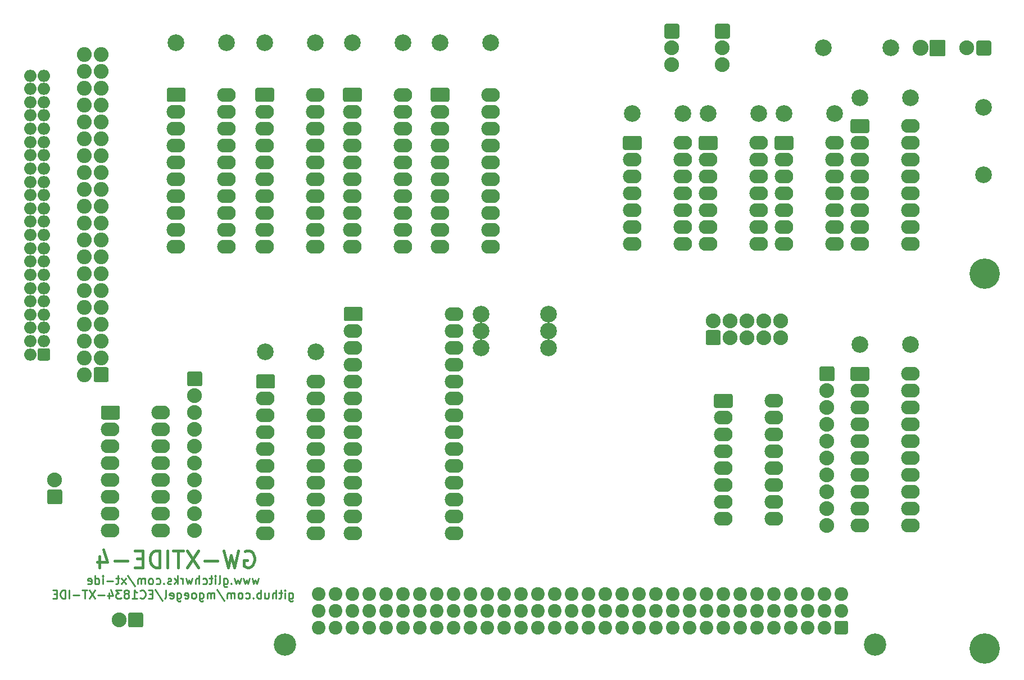
<source format=gbs>
%TF.GenerationSoftware,KiCad,Pcbnew,(5.1.12)-1*%
%TF.CreationDate,2022-07-22T17:46:44+02:00*%
%TF.ProjectId,EC1834-XT-IDE,45433138-3334-42d5-9854-2d4944452e6b,4c*%
%TF.SameCoordinates,Original*%
%TF.FileFunction,Soldermask,Bot*%
%TF.FilePolarity,Negative*%
%FSLAX46Y46*%
G04 Gerber Fmt 4.6, Leading zero omitted, Abs format (unit mm)*
G04 Created by KiCad (PCBNEW (5.1.12)-1) date 2022-07-22 17:46:44*
%MOMM*%
%LPD*%
G01*
G04 APERTURE LIST*
%ADD10C,0.254000*%
%ADD11C,0.381000*%
%ADD12O,1.858000X1.858000*%
%ADD13C,2.058000*%
%ADD14C,3.358000*%
%ADD15O,2.808000X2.108000*%
%ADD16C,2.506980*%
%ADD17C,4.572000*%
%ADD18C,2.235200*%
%ADD19C,2.408000*%
%ADD20O,2.235200X2.235200*%
G04 APERTURE END LIST*
D10*
X77300666Y-131680857D02*
X77058761Y-132527523D01*
X76816857Y-131922761D01*
X76574952Y-132527523D01*
X76333047Y-131680857D01*
X75970190Y-131680857D02*
X75728285Y-132527523D01*
X75486380Y-131922761D01*
X75244476Y-132527523D01*
X75002571Y-131680857D01*
X74639714Y-131680857D02*
X74397809Y-132527523D01*
X74155904Y-131922761D01*
X73914000Y-132527523D01*
X73672095Y-131680857D01*
X73188285Y-132406571D02*
X73127809Y-132467047D01*
X73188285Y-132527523D01*
X73248761Y-132467047D01*
X73188285Y-132406571D01*
X73188285Y-132527523D01*
X72039238Y-131680857D02*
X72039238Y-132708952D01*
X72099714Y-132829904D01*
X72160190Y-132890380D01*
X72281142Y-132950857D01*
X72462571Y-132950857D01*
X72583523Y-132890380D01*
X72039238Y-132467047D02*
X72160190Y-132527523D01*
X72402095Y-132527523D01*
X72523047Y-132467047D01*
X72583523Y-132406571D01*
X72644000Y-132285619D01*
X72644000Y-131922761D01*
X72583523Y-131801809D01*
X72523047Y-131741333D01*
X72402095Y-131680857D01*
X72160190Y-131680857D01*
X72039238Y-131741333D01*
X71253047Y-132527523D02*
X71374000Y-132467047D01*
X71434476Y-132346095D01*
X71434476Y-131257523D01*
X70769238Y-132527523D02*
X70769238Y-131680857D01*
X70769238Y-131257523D02*
X70829714Y-131318000D01*
X70769238Y-131378476D01*
X70708761Y-131318000D01*
X70769238Y-131257523D01*
X70769238Y-131378476D01*
X70345904Y-131680857D02*
X69862095Y-131680857D01*
X70164476Y-131257523D02*
X70164476Y-132346095D01*
X70104000Y-132467047D01*
X69983047Y-132527523D01*
X69862095Y-132527523D01*
X68894476Y-132467047D02*
X69015428Y-132527523D01*
X69257333Y-132527523D01*
X69378285Y-132467047D01*
X69438761Y-132406571D01*
X69499238Y-132285619D01*
X69499238Y-131922761D01*
X69438761Y-131801809D01*
X69378285Y-131741333D01*
X69257333Y-131680857D01*
X69015428Y-131680857D01*
X68894476Y-131741333D01*
X68350190Y-132527523D02*
X68350190Y-131257523D01*
X67805904Y-132527523D02*
X67805904Y-131862285D01*
X67866380Y-131741333D01*
X67987333Y-131680857D01*
X68168761Y-131680857D01*
X68289714Y-131741333D01*
X68350190Y-131801809D01*
X67322095Y-131680857D02*
X67080190Y-132527523D01*
X66838285Y-131922761D01*
X66596380Y-132527523D01*
X66354476Y-131680857D01*
X65870666Y-132527523D02*
X65870666Y-131680857D01*
X65870666Y-131922761D02*
X65810190Y-131801809D01*
X65749714Y-131741333D01*
X65628761Y-131680857D01*
X65507809Y-131680857D01*
X65084476Y-132527523D02*
X65084476Y-131257523D01*
X64963523Y-132043714D02*
X64600666Y-132527523D01*
X64600666Y-131680857D02*
X65084476Y-132164666D01*
X64116857Y-132467047D02*
X63995904Y-132527523D01*
X63754000Y-132527523D01*
X63633047Y-132467047D01*
X63572571Y-132346095D01*
X63572571Y-132285619D01*
X63633047Y-132164666D01*
X63754000Y-132104190D01*
X63935428Y-132104190D01*
X64056380Y-132043714D01*
X64116857Y-131922761D01*
X64116857Y-131862285D01*
X64056380Y-131741333D01*
X63935428Y-131680857D01*
X63754000Y-131680857D01*
X63633047Y-131741333D01*
X63028285Y-132406571D02*
X62967809Y-132467047D01*
X63028285Y-132527523D01*
X63088761Y-132467047D01*
X63028285Y-132406571D01*
X63028285Y-132527523D01*
X61879238Y-132467047D02*
X62000190Y-132527523D01*
X62242095Y-132527523D01*
X62363047Y-132467047D01*
X62423523Y-132406571D01*
X62484000Y-132285619D01*
X62484000Y-131922761D01*
X62423523Y-131801809D01*
X62363047Y-131741333D01*
X62242095Y-131680857D01*
X62000190Y-131680857D01*
X61879238Y-131741333D01*
X61153523Y-132527523D02*
X61274476Y-132467047D01*
X61334952Y-132406571D01*
X61395428Y-132285619D01*
X61395428Y-131922761D01*
X61334952Y-131801809D01*
X61274476Y-131741333D01*
X61153523Y-131680857D01*
X60972095Y-131680857D01*
X60851142Y-131741333D01*
X60790666Y-131801809D01*
X60730190Y-131922761D01*
X60730190Y-132285619D01*
X60790666Y-132406571D01*
X60851142Y-132467047D01*
X60972095Y-132527523D01*
X61153523Y-132527523D01*
X60185904Y-132527523D02*
X60185904Y-131680857D01*
X60185904Y-131801809D02*
X60125428Y-131741333D01*
X60004476Y-131680857D01*
X59823047Y-131680857D01*
X59702095Y-131741333D01*
X59641619Y-131862285D01*
X59641619Y-132527523D01*
X59641619Y-131862285D02*
X59581142Y-131741333D01*
X59460190Y-131680857D01*
X59278761Y-131680857D01*
X59157809Y-131741333D01*
X59097333Y-131862285D01*
X59097333Y-132527523D01*
X57585428Y-131197047D02*
X58674000Y-132829904D01*
X57283047Y-132527523D02*
X56617809Y-131680857D01*
X57283047Y-131680857D02*
X56617809Y-132527523D01*
X56315428Y-131680857D02*
X55831619Y-131680857D01*
X56134000Y-131257523D02*
X56134000Y-132346095D01*
X56073523Y-132467047D01*
X55952571Y-132527523D01*
X55831619Y-132527523D01*
X55408285Y-132043714D02*
X54440666Y-132043714D01*
X53835904Y-132527523D02*
X53835904Y-131680857D01*
X53835904Y-131257523D02*
X53896380Y-131318000D01*
X53835904Y-131378476D01*
X53775428Y-131318000D01*
X53835904Y-131257523D01*
X53835904Y-131378476D01*
X52686857Y-132527523D02*
X52686857Y-131257523D01*
X52686857Y-132467047D02*
X52807809Y-132527523D01*
X53049714Y-132527523D01*
X53170666Y-132467047D01*
X53231142Y-132406571D01*
X53291619Y-132285619D01*
X53291619Y-131922761D01*
X53231142Y-131801809D01*
X53170666Y-131741333D01*
X53049714Y-131680857D01*
X52807809Y-131680857D01*
X52686857Y-131741333D01*
X51598285Y-132467047D02*
X51719238Y-132527523D01*
X51961142Y-132527523D01*
X52082095Y-132467047D01*
X52142571Y-132346095D01*
X52142571Y-131862285D01*
X52082095Y-131741333D01*
X51961142Y-131680857D01*
X51719238Y-131680857D01*
X51598285Y-131741333D01*
X51537809Y-131862285D01*
X51537809Y-131983238D01*
X52142571Y-132104190D01*
X81896857Y-133839857D02*
X81896857Y-134867952D01*
X81957333Y-134988904D01*
X82017809Y-135049380D01*
X82138761Y-135109857D01*
X82320190Y-135109857D01*
X82441142Y-135049380D01*
X81896857Y-134626047D02*
X82017809Y-134686523D01*
X82259714Y-134686523D01*
X82380666Y-134626047D01*
X82441142Y-134565571D01*
X82501619Y-134444619D01*
X82501619Y-134081761D01*
X82441142Y-133960809D01*
X82380666Y-133900333D01*
X82259714Y-133839857D01*
X82017809Y-133839857D01*
X81896857Y-133900333D01*
X81292095Y-134686523D02*
X81292095Y-133839857D01*
X81292095Y-133416523D02*
X81352571Y-133477000D01*
X81292095Y-133537476D01*
X81231619Y-133477000D01*
X81292095Y-133416523D01*
X81292095Y-133537476D01*
X80868761Y-133839857D02*
X80384952Y-133839857D01*
X80687333Y-133416523D02*
X80687333Y-134505095D01*
X80626857Y-134626047D01*
X80505904Y-134686523D01*
X80384952Y-134686523D01*
X79961619Y-134686523D02*
X79961619Y-133416523D01*
X79417333Y-134686523D02*
X79417333Y-134021285D01*
X79477809Y-133900333D01*
X79598761Y-133839857D01*
X79780190Y-133839857D01*
X79901142Y-133900333D01*
X79961619Y-133960809D01*
X78268285Y-133839857D02*
X78268285Y-134686523D01*
X78812571Y-133839857D02*
X78812571Y-134505095D01*
X78752095Y-134626047D01*
X78631142Y-134686523D01*
X78449714Y-134686523D01*
X78328761Y-134626047D01*
X78268285Y-134565571D01*
X77663523Y-134686523D02*
X77663523Y-133416523D01*
X77663523Y-133900333D02*
X77542571Y-133839857D01*
X77300666Y-133839857D01*
X77179714Y-133900333D01*
X77119238Y-133960809D01*
X77058761Y-134081761D01*
X77058761Y-134444619D01*
X77119238Y-134565571D01*
X77179714Y-134626047D01*
X77300666Y-134686523D01*
X77542571Y-134686523D01*
X77663523Y-134626047D01*
X76514476Y-134565571D02*
X76454000Y-134626047D01*
X76514476Y-134686523D01*
X76574952Y-134626047D01*
X76514476Y-134565571D01*
X76514476Y-134686523D01*
X75365428Y-134626047D02*
X75486380Y-134686523D01*
X75728285Y-134686523D01*
X75849238Y-134626047D01*
X75909714Y-134565571D01*
X75970190Y-134444619D01*
X75970190Y-134081761D01*
X75909714Y-133960809D01*
X75849238Y-133900333D01*
X75728285Y-133839857D01*
X75486380Y-133839857D01*
X75365428Y-133900333D01*
X74639714Y-134686523D02*
X74760666Y-134626047D01*
X74821142Y-134565571D01*
X74881619Y-134444619D01*
X74881619Y-134081761D01*
X74821142Y-133960809D01*
X74760666Y-133900333D01*
X74639714Y-133839857D01*
X74458285Y-133839857D01*
X74337333Y-133900333D01*
X74276857Y-133960809D01*
X74216380Y-134081761D01*
X74216380Y-134444619D01*
X74276857Y-134565571D01*
X74337333Y-134626047D01*
X74458285Y-134686523D01*
X74639714Y-134686523D01*
X73672095Y-134686523D02*
X73672095Y-133839857D01*
X73672095Y-133960809D02*
X73611619Y-133900333D01*
X73490666Y-133839857D01*
X73309238Y-133839857D01*
X73188285Y-133900333D01*
X73127809Y-134021285D01*
X73127809Y-134686523D01*
X73127809Y-134021285D02*
X73067333Y-133900333D01*
X72946380Y-133839857D01*
X72764952Y-133839857D01*
X72644000Y-133900333D01*
X72583523Y-134021285D01*
X72583523Y-134686523D01*
X71071619Y-133356047D02*
X72160190Y-134988904D01*
X70648285Y-134686523D02*
X70648285Y-133839857D01*
X70648285Y-133960809D02*
X70587809Y-133900333D01*
X70466857Y-133839857D01*
X70285428Y-133839857D01*
X70164476Y-133900333D01*
X70104000Y-134021285D01*
X70104000Y-134686523D01*
X70104000Y-134021285D02*
X70043523Y-133900333D01*
X69922571Y-133839857D01*
X69741142Y-133839857D01*
X69620190Y-133900333D01*
X69559714Y-134021285D01*
X69559714Y-134686523D01*
X68410666Y-133839857D02*
X68410666Y-134867952D01*
X68471142Y-134988904D01*
X68531619Y-135049380D01*
X68652571Y-135109857D01*
X68834000Y-135109857D01*
X68954952Y-135049380D01*
X68410666Y-134626047D02*
X68531619Y-134686523D01*
X68773523Y-134686523D01*
X68894476Y-134626047D01*
X68954952Y-134565571D01*
X69015428Y-134444619D01*
X69015428Y-134081761D01*
X68954952Y-133960809D01*
X68894476Y-133900333D01*
X68773523Y-133839857D01*
X68531619Y-133839857D01*
X68410666Y-133900333D01*
X67624476Y-134686523D02*
X67745428Y-134626047D01*
X67805904Y-134565571D01*
X67866380Y-134444619D01*
X67866380Y-134081761D01*
X67805904Y-133960809D01*
X67745428Y-133900333D01*
X67624476Y-133839857D01*
X67443047Y-133839857D01*
X67322095Y-133900333D01*
X67261619Y-133960809D01*
X67201142Y-134081761D01*
X67201142Y-134444619D01*
X67261619Y-134565571D01*
X67322095Y-134626047D01*
X67443047Y-134686523D01*
X67624476Y-134686523D01*
X66173047Y-134626047D02*
X66294000Y-134686523D01*
X66535904Y-134686523D01*
X66656857Y-134626047D01*
X66717333Y-134505095D01*
X66717333Y-134021285D01*
X66656857Y-133900333D01*
X66535904Y-133839857D01*
X66294000Y-133839857D01*
X66173047Y-133900333D01*
X66112571Y-134021285D01*
X66112571Y-134142238D01*
X66717333Y-134263190D01*
X65024000Y-133839857D02*
X65024000Y-134867952D01*
X65084476Y-134988904D01*
X65144952Y-135049380D01*
X65265904Y-135109857D01*
X65447333Y-135109857D01*
X65568285Y-135049380D01*
X65024000Y-134626047D02*
X65144952Y-134686523D01*
X65386857Y-134686523D01*
X65507809Y-134626047D01*
X65568285Y-134565571D01*
X65628761Y-134444619D01*
X65628761Y-134081761D01*
X65568285Y-133960809D01*
X65507809Y-133900333D01*
X65386857Y-133839857D01*
X65144952Y-133839857D01*
X65024000Y-133900333D01*
X63935428Y-134626047D02*
X64056380Y-134686523D01*
X64298285Y-134686523D01*
X64419238Y-134626047D01*
X64479714Y-134505095D01*
X64479714Y-134021285D01*
X64419238Y-133900333D01*
X64298285Y-133839857D01*
X64056380Y-133839857D01*
X63935428Y-133900333D01*
X63874952Y-134021285D01*
X63874952Y-134142238D01*
X64479714Y-134263190D01*
X63149238Y-134686523D02*
X63270190Y-134626047D01*
X63330666Y-134505095D01*
X63330666Y-133416523D01*
X61758285Y-133356047D02*
X62846857Y-134988904D01*
X61334952Y-134021285D02*
X60911619Y-134021285D01*
X60730190Y-134686523D02*
X61334952Y-134686523D01*
X61334952Y-133416523D01*
X60730190Y-133416523D01*
X59460190Y-134565571D02*
X59520666Y-134626047D01*
X59702095Y-134686523D01*
X59823047Y-134686523D01*
X60004476Y-134626047D01*
X60125428Y-134505095D01*
X60185904Y-134384142D01*
X60246380Y-134142238D01*
X60246380Y-133960809D01*
X60185904Y-133718904D01*
X60125428Y-133597952D01*
X60004476Y-133477000D01*
X59823047Y-133416523D01*
X59702095Y-133416523D01*
X59520666Y-133477000D01*
X59460190Y-133537476D01*
X58250666Y-134686523D02*
X58976380Y-134686523D01*
X58613523Y-134686523D02*
X58613523Y-133416523D01*
X58734476Y-133597952D01*
X58855428Y-133718904D01*
X58976380Y-133779380D01*
X57524952Y-133960809D02*
X57645904Y-133900333D01*
X57706380Y-133839857D01*
X57766857Y-133718904D01*
X57766857Y-133658428D01*
X57706380Y-133537476D01*
X57645904Y-133477000D01*
X57524952Y-133416523D01*
X57283047Y-133416523D01*
X57162095Y-133477000D01*
X57101619Y-133537476D01*
X57041142Y-133658428D01*
X57041142Y-133718904D01*
X57101619Y-133839857D01*
X57162095Y-133900333D01*
X57283047Y-133960809D01*
X57524952Y-133960809D01*
X57645904Y-134021285D01*
X57706380Y-134081761D01*
X57766857Y-134202714D01*
X57766857Y-134444619D01*
X57706380Y-134565571D01*
X57645904Y-134626047D01*
X57524952Y-134686523D01*
X57283047Y-134686523D01*
X57162095Y-134626047D01*
X57101619Y-134565571D01*
X57041142Y-134444619D01*
X57041142Y-134202714D01*
X57101619Y-134081761D01*
X57162095Y-134021285D01*
X57283047Y-133960809D01*
X56617809Y-133416523D02*
X55831619Y-133416523D01*
X56254952Y-133900333D01*
X56073523Y-133900333D01*
X55952571Y-133960809D01*
X55892095Y-134021285D01*
X55831619Y-134142238D01*
X55831619Y-134444619D01*
X55892095Y-134565571D01*
X55952571Y-134626047D01*
X56073523Y-134686523D01*
X56436380Y-134686523D01*
X56557333Y-134626047D01*
X56617809Y-134565571D01*
X54743047Y-133839857D02*
X54743047Y-134686523D01*
X55045428Y-133356047D02*
X55347809Y-134263190D01*
X54561619Y-134263190D01*
X54077809Y-134202714D02*
X53110190Y-134202714D01*
X52626380Y-133416523D02*
X51779714Y-134686523D01*
X51779714Y-133416523D02*
X52626380Y-134686523D01*
X51477333Y-133416523D02*
X50751619Y-133416523D01*
X51114476Y-134686523D02*
X51114476Y-133416523D01*
X50328285Y-134202714D02*
X49360666Y-134202714D01*
X48755904Y-134686523D02*
X48755904Y-133416523D01*
X48151142Y-134686523D02*
X48151142Y-133416523D01*
X47848761Y-133416523D01*
X47667333Y-133477000D01*
X47546380Y-133597952D01*
X47485904Y-133718904D01*
X47425428Y-133960809D01*
X47425428Y-134142238D01*
X47485904Y-134384142D01*
X47546380Y-134505095D01*
X47667333Y-134626047D01*
X47848761Y-134686523D01*
X48151142Y-134686523D01*
X46881142Y-134021285D02*
X46457809Y-134021285D01*
X46276380Y-134686523D02*
X46881142Y-134686523D01*
X46881142Y-133416523D01*
X46276380Y-133416523D01*
D11*
X75238428Y-127571500D02*
X75480333Y-127450547D01*
X75843190Y-127450547D01*
X76206047Y-127571500D01*
X76447952Y-127813404D01*
X76568904Y-128055309D01*
X76689857Y-128539119D01*
X76689857Y-128901976D01*
X76568904Y-129385785D01*
X76447952Y-129627690D01*
X76206047Y-129869595D01*
X75843190Y-129990547D01*
X75601285Y-129990547D01*
X75238428Y-129869595D01*
X75117476Y-129748642D01*
X75117476Y-128901976D01*
X75601285Y-128901976D01*
X74270809Y-127450547D02*
X73666047Y-129990547D01*
X73182238Y-128176261D01*
X72698428Y-129990547D01*
X72093666Y-127450547D01*
X71126047Y-129022928D02*
X69190809Y-129022928D01*
X68223190Y-127450547D02*
X66529857Y-129990547D01*
X66529857Y-127450547D02*
X68223190Y-129990547D01*
X65925095Y-127450547D02*
X64473666Y-127450547D01*
X65199380Y-129990547D02*
X65199380Y-127450547D01*
X63627000Y-129990547D02*
X63627000Y-127450547D01*
X62417476Y-129990547D02*
X62417476Y-127450547D01*
X61812714Y-127450547D01*
X61449857Y-127571500D01*
X61207952Y-127813404D01*
X61087000Y-128055309D01*
X60966047Y-128539119D01*
X60966047Y-128901976D01*
X61087000Y-129385785D01*
X61207952Y-129627690D01*
X61449857Y-129869595D01*
X61812714Y-129990547D01*
X62417476Y-129990547D01*
X59877476Y-128660071D02*
X59030809Y-128660071D01*
X58667952Y-129990547D02*
X59877476Y-129990547D01*
X59877476Y-127450547D01*
X58667952Y-127450547D01*
X57579380Y-129022928D02*
X55644142Y-129022928D01*
X53346047Y-128297214D02*
X53346047Y-129990547D01*
X53950809Y-127329595D02*
X54555571Y-129143880D01*
X52983190Y-129143880D01*
D12*
%TO.C,IDE2*%
X42958000Y-55917000D03*
X44958000Y-55917000D03*
X42958000Y-57917000D03*
X44958000Y-57917000D03*
X42958000Y-59917000D03*
X44958000Y-59917000D03*
X42958000Y-61917000D03*
X44958000Y-61917000D03*
X42958000Y-63917000D03*
X44958000Y-63917000D03*
X42958000Y-65917000D03*
X44958000Y-65917000D03*
X42958000Y-67917000D03*
X44958000Y-67917000D03*
X42958000Y-69917000D03*
X44958000Y-69917000D03*
X42958000Y-71917000D03*
X44958000Y-71917000D03*
X42958000Y-73917000D03*
X44958000Y-73917000D03*
X42958000Y-75917000D03*
X44958000Y-75917000D03*
X42958000Y-77917000D03*
X44958000Y-77917000D03*
X42958000Y-79917000D03*
X44958000Y-79917000D03*
X42958000Y-81917000D03*
X44958000Y-81917000D03*
X42958000Y-83917000D03*
X44958000Y-83917000D03*
X42958000Y-85917000D03*
X44958000Y-85917000D03*
X42958000Y-87917000D03*
X44958000Y-87917000D03*
X42958000Y-89917000D03*
X44958000Y-89917000D03*
X42958000Y-91917000D03*
X44958000Y-91917000D03*
X42958000Y-93917000D03*
X44958000Y-93917000D03*
X42958000Y-95917000D03*
X44958000Y-95917000D03*
X42958000Y-97917000D03*
G36*
G01*
X44029000Y-98592000D02*
X44029000Y-97242000D01*
G75*
G02*
X44283000Y-96988000I254000J0D01*
G01*
X45633000Y-96988000D01*
G75*
G02*
X45887000Y-97242000I0J-254000D01*
G01*
X45887000Y-98592000D01*
G75*
G02*
X45633000Y-98846000I-254000J0D01*
G01*
X44283000Y-98846000D01*
G75*
G02*
X44029000Y-98592000I0J254000D01*
G01*
G37*
%TD*%
D13*
%TO.C,BUS1*%
X86360000Y-133985000D03*
X88900000Y-133985000D03*
X91440000Y-133985000D03*
X93980000Y-133985000D03*
X96520000Y-133985000D03*
X99060000Y-133985000D03*
X101600000Y-133985000D03*
X104140000Y-133985000D03*
X106680000Y-133985000D03*
X109220000Y-133985000D03*
X111760000Y-133985000D03*
X114300000Y-133985000D03*
X116840000Y-133985000D03*
X119380000Y-133985000D03*
X121920000Y-133985000D03*
X124460000Y-133985000D03*
X127000000Y-133985000D03*
X129540000Y-133985000D03*
X132080000Y-133985000D03*
X134620000Y-133985000D03*
X137160000Y-133985000D03*
X139700000Y-133985000D03*
X142240000Y-133985000D03*
X144780000Y-133985000D03*
X147320000Y-133985000D03*
X149860000Y-133985000D03*
X152400000Y-133985000D03*
X154940000Y-133985000D03*
X157480000Y-133985000D03*
X160020000Y-133985000D03*
X162560000Y-133985000D03*
X165100000Y-133985000D03*
X86360000Y-136525000D03*
X88900000Y-136525000D03*
X91440000Y-136525000D03*
X93980000Y-136525000D03*
X96520000Y-136525000D03*
X99060000Y-136525000D03*
X101600000Y-136525000D03*
X104140000Y-136525000D03*
X106680000Y-136525000D03*
X109220000Y-136525000D03*
X111760000Y-136525000D03*
X114300000Y-136525000D03*
X116840000Y-136525000D03*
X119380000Y-136525000D03*
X121920000Y-136525000D03*
X124460000Y-136525000D03*
X127000000Y-136525000D03*
X129540000Y-136525000D03*
X132080000Y-136525000D03*
X134620000Y-136525000D03*
X137160000Y-136525000D03*
X139700000Y-136525000D03*
X142240000Y-136525000D03*
X144780000Y-136525000D03*
X147320000Y-136525000D03*
X149860000Y-136525000D03*
X152400000Y-136525000D03*
X154940000Y-136525000D03*
X157480000Y-136525000D03*
X160020000Y-136525000D03*
X162560000Y-136525000D03*
X165100000Y-136525000D03*
X86360000Y-139065000D03*
X88900000Y-139065000D03*
X91440000Y-139065000D03*
X93980000Y-139065000D03*
X96520000Y-139065000D03*
X99060000Y-139065000D03*
X101600000Y-139065000D03*
X104140000Y-139065000D03*
X106680000Y-139065000D03*
X109220000Y-139065000D03*
X111760000Y-139065000D03*
X114300000Y-139065000D03*
X116840000Y-139065000D03*
X119380000Y-139065000D03*
X121920000Y-139065000D03*
X124460000Y-139065000D03*
X127000000Y-139065000D03*
X129540000Y-139065000D03*
X132080000Y-139065000D03*
X134620000Y-139065000D03*
X137160000Y-139065000D03*
X139700000Y-139065000D03*
X142240000Y-139065000D03*
X144780000Y-139065000D03*
X147320000Y-139065000D03*
X149860000Y-139065000D03*
X152400000Y-139065000D03*
X154940000Y-139065000D03*
X157480000Y-139065000D03*
X160020000Y-139065000D03*
X162560000Y-139065000D03*
G36*
G01*
X166129000Y-138367932D02*
X166129000Y-139762068D01*
G75*
G02*
X165797068Y-140094000I-331932J0D01*
G01*
X164402932Y-140094000D01*
G75*
G02*
X164071000Y-139762068I0J331932D01*
G01*
X164071000Y-138367932D01*
G75*
G02*
X164402932Y-138036000I331932J0D01*
G01*
X165797068Y-138036000D01*
G75*
G02*
X166129000Y-138367932I0J-331932D01*
G01*
G37*
D14*
X81280000Y-141605000D03*
X170180000Y-141605000D03*
%TD*%
%TO.C,U9*%
G36*
G01*
X90163000Y-92621000D02*
X90163000Y-91021000D01*
G75*
G02*
X90417000Y-90767000I254000J0D01*
G01*
X92717000Y-90767000D01*
G75*
G02*
X92971000Y-91021000I0J-254000D01*
G01*
X92971000Y-92621000D01*
G75*
G02*
X92717000Y-92875000I-254000J0D01*
G01*
X90417000Y-92875000D01*
G75*
G02*
X90163000Y-92621000I0J254000D01*
G01*
G37*
D15*
X91567000Y-94361000D03*
X91567000Y-96901000D03*
X91567000Y-99441000D03*
X91567000Y-101981000D03*
X91567000Y-104521000D03*
X91567000Y-107061000D03*
X91567000Y-109601000D03*
X91567000Y-112141000D03*
X91567000Y-114681000D03*
X91567000Y-117221000D03*
X91567000Y-119761000D03*
X91567000Y-122301000D03*
X91567000Y-124841000D03*
X106807000Y-124841000D03*
X106807000Y-122301000D03*
X106807000Y-119761000D03*
X106807000Y-117221000D03*
X106807000Y-114681000D03*
X106807000Y-112141000D03*
X106807000Y-109601000D03*
X106807000Y-107061000D03*
X106807000Y-104521000D03*
X106807000Y-101981000D03*
X106807000Y-99441000D03*
X106807000Y-96901000D03*
X106807000Y-94361000D03*
X106807000Y-91821000D03*
%TD*%
D16*
%TO.C,C9*%
X110871000Y-91821000D03*
X121031000Y-91821000D03*
%TD*%
%TO.C,R3*%
X121031000Y-94361000D03*
X110871000Y-94361000D03*
%TD*%
%TO.C,R4*%
X110871000Y-96901000D03*
X121031000Y-96901000D03*
%TD*%
%TO.C,U1*%
G36*
G01*
X63493000Y-59601000D02*
X63493000Y-58001000D01*
G75*
G02*
X63747000Y-57747000I254000J0D01*
G01*
X66047000Y-57747000D01*
G75*
G02*
X66301000Y-58001000I0J-254000D01*
G01*
X66301000Y-59601000D01*
G75*
G02*
X66047000Y-59855000I-254000J0D01*
G01*
X63747000Y-59855000D01*
G75*
G02*
X63493000Y-59601000I0J254000D01*
G01*
G37*
D15*
X64897000Y-61341000D03*
X64897000Y-63881000D03*
X64897000Y-66421000D03*
X64897000Y-68961000D03*
X64897000Y-71501000D03*
X64897000Y-74041000D03*
X64897000Y-76581000D03*
X64897000Y-79121000D03*
X64897000Y-81661000D03*
X72517000Y-81661000D03*
X72517000Y-79121000D03*
X72517000Y-76581000D03*
X72517000Y-74041000D03*
X72517000Y-71501000D03*
X72517000Y-68961000D03*
X72517000Y-66421000D03*
X72517000Y-63881000D03*
X72517000Y-61341000D03*
X72517000Y-58801000D03*
%TD*%
%TO.C,U3*%
G36*
G01*
X103244000Y-59601000D02*
X103244000Y-58001000D01*
G75*
G02*
X103498000Y-57747000I254000J0D01*
G01*
X105798000Y-57747000D01*
G75*
G02*
X106052000Y-58001000I0J-254000D01*
G01*
X106052000Y-59601000D01*
G75*
G02*
X105798000Y-59855000I-254000J0D01*
G01*
X103498000Y-59855000D01*
G75*
G02*
X103244000Y-59601000I0J254000D01*
G01*
G37*
X104648000Y-61341000D03*
X104648000Y-63881000D03*
X104648000Y-66421000D03*
X104648000Y-68961000D03*
X104648000Y-71501000D03*
X104648000Y-74041000D03*
X104648000Y-76581000D03*
X104648000Y-79121000D03*
X104648000Y-81661000D03*
X112268000Y-81661000D03*
X112268000Y-79121000D03*
X112268000Y-76581000D03*
X112268000Y-74041000D03*
X112268000Y-71501000D03*
X112268000Y-68961000D03*
X112268000Y-66421000D03*
X112268000Y-63881000D03*
X112268000Y-61341000D03*
X112268000Y-58801000D03*
%TD*%
D17*
%TO.C,P6*%
X186690000Y-142240000D03*
%TD*%
%TO.C,P7*%
X186690000Y-85725000D03*
%TD*%
%TO.C,J5*%
G36*
G01*
X144678400Y-96240600D02*
X144678400Y-94513400D01*
G75*
G02*
X144932400Y-94259400I254000J0D01*
G01*
X146659600Y-94259400D01*
G75*
G02*
X146913600Y-94513400I0J-254000D01*
G01*
X146913600Y-96240600D01*
G75*
G02*
X146659600Y-96494600I-254000J0D01*
G01*
X144932400Y-96494600D01*
G75*
G02*
X144678400Y-96240600I0J254000D01*
G01*
G37*
D18*
X145796000Y-92837000D03*
X148336000Y-95377000D03*
X148336000Y-92837000D03*
X150876000Y-95377000D03*
X150876000Y-92837000D03*
X153416000Y-95377000D03*
X153416000Y-92837000D03*
X155956000Y-95377000D03*
X155956000Y-92837000D03*
%TD*%
%TO.C,J2*%
G36*
G01*
X146329400Y-48094900D02*
X148056600Y-48094900D01*
G75*
G02*
X148310600Y-48348900I0J-254000D01*
G01*
X148310600Y-50076100D01*
G75*
G02*
X148056600Y-50330100I-254000J0D01*
G01*
X146329400Y-50330100D01*
G75*
G02*
X146075400Y-50076100I0J254000D01*
G01*
X146075400Y-48348900D01*
G75*
G02*
X146329400Y-48094900I254000J0D01*
G01*
G37*
X147193000Y-51752500D03*
X147193000Y-54292500D03*
%TD*%
%TO.C,J1*%
G36*
G01*
X138709400Y-48094900D02*
X140436600Y-48094900D01*
G75*
G02*
X140690600Y-48348900I0J-254000D01*
G01*
X140690600Y-50076100D01*
G75*
G02*
X140436600Y-50330100I-254000J0D01*
G01*
X138709400Y-50330100D01*
G75*
G02*
X138455400Y-50076100I0J254000D01*
G01*
X138455400Y-48348900D01*
G75*
G02*
X138709400Y-48094900I254000J0D01*
G01*
G37*
X139573000Y-51752500D03*
X139573000Y-54292500D03*
%TD*%
%TO.C,J3*%
G36*
G01*
X187680600Y-50888900D02*
X187680600Y-52616100D01*
G75*
G02*
X187426600Y-52870100I-254000J0D01*
G01*
X185699400Y-52870100D01*
G75*
G02*
X185445400Y-52616100I0J254000D01*
G01*
X185445400Y-50888900D01*
G75*
G02*
X185699400Y-50634900I254000J0D01*
G01*
X187426600Y-50634900D01*
G75*
G02*
X187680600Y-50888900I0J-254000D01*
G01*
G37*
X184023000Y-51752500D03*
%TD*%
%TO.C,J4*%
G36*
G01*
X47472600Y-120497600D02*
X45745400Y-120497600D01*
G75*
G02*
X45491400Y-120243600I0J254000D01*
G01*
X45491400Y-118516400D01*
G75*
G02*
X45745400Y-118262400I254000J0D01*
G01*
X47472600Y-118262400D01*
G75*
G02*
X47726600Y-118516400I0J-254000D01*
G01*
X47726600Y-120243600D01*
G75*
G02*
X47472600Y-120497600I-254000J0D01*
G01*
G37*
X46609000Y-116840000D03*
%TD*%
%TO.C,D1*%
G36*
G01*
X178628000Y-50498500D02*
X180528000Y-50498500D01*
G75*
G02*
X180782000Y-50752500I0J-254000D01*
G01*
X180782000Y-52752500D01*
G75*
G02*
X180528000Y-53006500I-254000J0D01*
G01*
X178628000Y-53006500D01*
G75*
G02*
X178374000Y-52752500I0J254000D01*
G01*
X178374000Y-50752500D01*
G75*
G02*
X178628000Y-50498500I254000J0D01*
G01*
G37*
D19*
X177038000Y-51752500D03*
%TD*%
D18*
%TO.C,C12*%
X56301000Y-137922000D03*
G36*
G01*
X59918600Y-137058400D02*
X59918600Y-138785600D01*
G75*
G02*
X59664600Y-139039600I-254000J0D01*
G01*
X57937400Y-139039600D01*
G75*
G02*
X57683400Y-138785600I0J254000D01*
G01*
X57683400Y-137058400D01*
G75*
G02*
X57937400Y-136804400I254000J0D01*
G01*
X59664600Y-136804400D01*
G75*
G02*
X59918600Y-137058400I0J-254000D01*
G01*
G37*
%TD*%
%TO.C,IDE1*%
G36*
G01*
X54711600Y-100101400D02*
X54711600Y-101828600D01*
G75*
G02*
X54457600Y-102082600I-254000J0D01*
G01*
X52730400Y-102082600D01*
G75*
G02*
X52476400Y-101828600I0J254000D01*
G01*
X52476400Y-100101400D01*
G75*
G02*
X52730400Y-99847400I254000J0D01*
G01*
X54457600Y-99847400D01*
G75*
G02*
X54711600Y-100101400I0J-254000D01*
G01*
G37*
D20*
X51054000Y-100965000D03*
X53594000Y-98425000D03*
X51054000Y-98425000D03*
X53594000Y-95885000D03*
X51054000Y-95885000D03*
X53594000Y-93345000D03*
X51054000Y-93345000D03*
X53594000Y-90805000D03*
X51054000Y-90805000D03*
X53594000Y-88265000D03*
X51054000Y-88265000D03*
X53594000Y-85725000D03*
X51054000Y-85725000D03*
X53594000Y-83185000D03*
X51054000Y-83185000D03*
X53594000Y-80645000D03*
X51054000Y-80645000D03*
X53594000Y-78105000D03*
X51054000Y-78105000D03*
X53594000Y-75565000D03*
X51054000Y-75565000D03*
X53594000Y-73025000D03*
X51054000Y-73025000D03*
X53594000Y-70485000D03*
X51054000Y-70485000D03*
X53594000Y-67945000D03*
X51054000Y-67945000D03*
X53594000Y-65405000D03*
X51054000Y-65405000D03*
X53594000Y-62865000D03*
X51054000Y-62865000D03*
X53594000Y-60325000D03*
X51054000Y-60325000D03*
X53594000Y-57785000D03*
X51054000Y-57785000D03*
X53594000Y-55245000D03*
X51054000Y-55245000D03*
X53594000Y-52705000D03*
X51054000Y-52705000D03*
%TD*%
%TO.C,U2*%
G36*
G01*
X76828000Y-59601000D02*
X76828000Y-58001000D01*
G75*
G02*
X77082000Y-57747000I254000J0D01*
G01*
X79382000Y-57747000D01*
G75*
G02*
X79636000Y-58001000I0J-254000D01*
G01*
X79636000Y-59601000D01*
G75*
G02*
X79382000Y-59855000I-254000J0D01*
G01*
X77082000Y-59855000D01*
G75*
G02*
X76828000Y-59601000I0J254000D01*
G01*
G37*
D15*
X78232000Y-61341000D03*
X78232000Y-63881000D03*
X78232000Y-66421000D03*
X78232000Y-68961000D03*
X78232000Y-71501000D03*
X78232000Y-74041000D03*
X78232000Y-76581000D03*
X78232000Y-79121000D03*
X78232000Y-81661000D03*
X85852000Y-81661000D03*
X85852000Y-79121000D03*
X85852000Y-76581000D03*
X85852000Y-74041000D03*
X85852000Y-71501000D03*
X85852000Y-68961000D03*
X85852000Y-66421000D03*
X85852000Y-63881000D03*
X85852000Y-61341000D03*
X85852000Y-58801000D03*
%TD*%
%TO.C,U5*%
G36*
G01*
X143630000Y-66840000D02*
X143630000Y-65240000D01*
G75*
G02*
X143884000Y-64986000I254000J0D01*
G01*
X146184000Y-64986000D01*
G75*
G02*
X146438000Y-65240000I0J-254000D01*
G01*
X146438000Y-66840000D01*
G75*
G02*
X146184000Y-67094000I-254000J0D01*
G01*
X143884000Y-67094000D01*
G75*
G02*
X143630000Y-66840000I0J254000D01*
G01*
G37*
X145034000Y-68580000D03*
X145034000Y-71120000D03*
X145034000Y-73660000D03*
X145034000Y-76200000D03*
X145034000Y-78740000D03*
X145034000Y-81280000D03*
X152654000Y-81280000D03*
X152654000Y-78740000D03*
X152654000Y-76200000D03*
X152654000Y-73660000D03*
X152654000Y-71120000D03*
X152654000Y-68580000D03*
X152654000Y-66040000D03*
%TD*%
%TO.C,U6*%
G36*
G01*
X155060000Y-66840000D02*
X155060000Y-65240000D01*
G75*
G02*
X155314000Y-64986000I254000J0D01*
G01*
X157614000Y-64986000D01*
G75*
G02*
X157868000Y-65240000I0J-254000D01*
G01*
X157868000Y-66840000D01*
G75*
G02*
X157614000Y-67094000I-254000J0D01*
G01*
X155314000Y-67094000D01*
G75*
G02*
X155060000Y-66840000I0J254000D01*
G01*
G37*
X156464000Y-68580000D03*
X156464000Y-71120000D03*
X156464000Y-73660000D03*
X156464000Y-76200000D03*
X156464000Y-78740000D03*
X156464000Y-81280000D03*
X164084000Y-81280000D03*
X164084000Y-78740000D03*
X164084000Y-76200000D03*
X164084000Y-73660000D03*
X164084000Y-71120000D03*
X164084000Y-68580000D03*
X164084000Y-66040000D03*
%TD*%
%TO.C,U7*%
G36*
G01*
X166490000Y-64300000D02*
X166490000Y-62700000D01*
G75*
G02*
X166744000Y-62446000I254000J0D01*
G01*
X169044000Y-62446000D01*
G75*
G02*
X169298000Y-62700000I0J-254000D01*
G01*
X169298000Y-64300000D01*
G75*
G02*
X169044000Y-64554000I-254000J0D01*
G01*
X166744000Y-64554000D01*
G75*
G02*
X166490000Y-64300000I0J254000D01*
G01*
G37*
X167894000Y-66040000D03*
X167894000Y-68580000D03*
X167894000Y-71120000D03*
X167894000Y-73660000D03*
X167894000Y-76200000D03*
X167894000Y-78740000D03*
X167894000Y-81280000D03*
X175514000Y-81280000D03*
X175514000Y-78740000D03*
X175514000Y-76200000D03*
X175514000Y-73660000D03*
X175514000Y-71120000D03*
X175514000Y-68580000D03*
X175514000Y-66040000D03*
X175514000Y-63500000D03*
%TD*%
%TO.C,U8*%
G36*
G01*
X76955000Y-102781000D02*
X76955000Y-101181000D01*
G75*
G02*
X77209000Y-100927000I254000J0D01*
G01*
X79509000Y-100927000D01*
G75*
G02*
X79763000Y-101181000I0J-254000D01*
G01*
X79763000Y-102781000D01*
G75*
G02*
X79509000Y-103035000I-254000J0D01*
G01*
X77209000Y-103035000D01*
G75*
G02*
X76955000Y-102781000I0J254000D01*
G01*
G37*
X78359000Y-104521000D03*
X78359000Y-107061000D03*
X78359000Y-109601000D03*
X78359000Y-112141000D03*
X78359000Y-114681000D03*
X78359000Y-117221000D03*
X78359000Y-119761000D03*
X78359000Y-122301000D03*
X78359000Y-124841000D03*
X85979000Y-124841000D03*
X85979000Y-122301000D03*
X85979000Y-119761000D03*
X85979000Y-117221000D03*
X85979000Y-114681000D03*
X85979000Y-112141000D03*
X85979000Y-109601000D03*
X85979000Y-107061000D03*
X85979000Y-104521000D03*
X85979000Y-101981000D03*
%TD*%
%TO.C,U10*%
G36*
G01*
X166490000Y-101638000D02*
X166490000Y-100038000D01*
G75*
G02*
X166744000Y-99784000I254000J0D01*
G01*
X169044000Y-99784000D01*
G75*
G02*
X169298000Y-100038000I0J-254000D01*
G01*
X169298000Y-101638000D01*
G75*
G02*
X169044000Y-101892000I-254000J0D01*
G01*
X166744000Y-101892000D01*
G75*
G02*
X166490000Y-101638000I0J254000D01*
G01*
G37*
X167894000Y-103378000D03*
X167894000Y-105918000D03*
X167894000Y-108458000D03*
X167894000Y-110998000D03*
X167894000Y-113538000D03*
X167894000Y-116078000D03*
X167894000Y-118618000D03*
X167894000Y-121158000D03*
X167894000Y-123698000D03*
X175514000Y-123698000D03*
X175514000Y-121158000D03*
X175514000Y-118618000D03*
X175514000Y-116078000D03*
X175514000Y-113538000D03*
X175514000Y-110998000D03*
X175514000Y-108458000D03*
X175514000Y-105918000D03*
X175514000Y-103378000D03*
X175514000Y-100838000D03*
%TD*%
%TO.C,U11*%
G36*
G01*
X90036000Y-59601000D02*
X90036000Y-58001000D01*
G75*
G02*
X90290000Y-57747000I254000J0D01*
G01*
X92590000Y-57747000D01*
G75*
G02*
X92844000Y-58001000I0J-254000D01*
G01*
X92844000Y-59601000D01*
G75*
G02*
X92590000Y-59855000I-254000J0D01*
G01*
X90290000Y-59855000D01*
G75*
G02*
X90036000Y-59601000I0J254000D01*
G01*
G37*
X91440000Y-61341000D03*
X91440000Y-63881000D03*
X91440000Y-66421000D03*
X91440000Y-68961000D03*
X91440000Y-71501000D03*
X91440000Y-74041000D03*
X91440000Y-76581000D03*
X91440000Y-79121000D03*
X91440000Y-81661000D03*
X99060000Y-81661000D03*
X99060000Y-79121000D03*
X99060000Y-76581000D03*
X99060000Y-74041000D03*
X99060000Y-71501000D03*
X99060000Y-68961000D03*
X99060000Y-66421000D03*
X99060000Y-63881000D03*
X99060000Y-61341000D03*
X99060000Y-58801000D03*
%TD*%
%TO.C,SW2*%
G36*
G01*
X145916000Y-105702000D02*
X145916000Y-104102000D01*
G75*
G02*
X146170000Y-103848000I254000J0D01*
G01*
X148470000Y-103848000D01*
G75*
G02*
X148724000Y-104102000I0J-254000D01*
G01*
X148724000Y-105702000D01*
G75*
G02*
X148470000Y-105956000I-254000J0D01*
G01*
X146170000Y-105956000D01*
G75*
G02*
X145916000Y-105702000I0J254000D01*
G01*
G37*
X147320000Y-107442000D03*
X147320000Y-109982000D03*
X147320000Y-112522000D03*
X147320000Y-115062000D03*
X147320000Y-117602000D03*
X147320000Y-120142000D03*
X147320000Y-122682000D03*
X154940000Y-122682000D03*
X154940000Y-120142000D03*
X154940000Y-117602000D03*
X154940000Y-115062000D03*
X154940000Y-112522000D03*
X154940000Y-109982000D03*
X154940000Y-107442000D03*
X154940000Y-104902000D03*
%TD*%
%TO.C,SW1*%
G36*
G01*
X53587000Y-107480000D02*
X53587000Y-105880000D01*
G75*
G02*
X53841000Y-105626000I254000J0D01*
G01*
X56141000Y-105626000D01*
G75*
G02*
X56395000Y-105880000I0J-254000D01*
G01*
X56395000Y-107480000D01*
G75*
G02*
X56141000Y-107734000I-254000J0D01*
G01*
X53841000Y-107734000D01*
G75*
G02*
X53587000Y-107480000I0J254000D01*
G01*
G37*
X54991000Y-109220000D03*
X54991000Y-111760000D03*
X54991000Y-114300000D03*
X54991000Y-116840000D03*
X54991000Y-119380000D03*
X54991000Y-121920000D03*
X54991000Y-124460000D03*
X62611000Y-124460000D03*
X62611000Y-121920000D03*
X62611000Y-119380000D03*
X62611000Y-116840000D03*
X62611000Y-114300000D03*
X62611000Y-111760000D03*
X62611000Y-109220000D03*
X62611000Y-106680000D03*
%TD*%
%TO.C,RP1*%
G36*
G01*
X66827400Y-100482400D02*
X68554600Y-100482400D01*
G75*
G02*
X68808600Y-100736400I0J-254000D01*
G01*
X68808600Y-102463600D01*
G75*
G02*
X68554600Y-102717600I-254000J0D01*
G01*
X66827400Y-102717600D01*
G75*
G02*
X66573400Y-102463600I0J254000D01*
G01*
X66573400Y-100736400D01*
G75*
G02*
X66827400Y-100482400I254000J0D01*
G01*
G37*
D18*
X67691000Y-104140000D03*
X67691000Y-106680000D03*
X67691000Y-109220000D03*
X67691000Y-111760000D03*
X67691000Y-114300000D03*
X67691000Y-116840000D03*
X67691000Y-119380000D03*
X67691000Y-121920000D03*
X67691000Y-124460000D03*
%TD*%
%TO.C,RP2*%
G36*
G01*
X162077400Y-99720400D02*
X163804600Y-99720400D01*
G75*
G02*
X164058600Y-99974400I0J-254000D01*
G01*
X164058600Y-101701600D01*
G75*
G02*
X163804600Y-101955600I-254000J0D01*
G01*
X162077400Y-101955600D01*
G75*
G02*
X161823400Y-101701600I0J254000D01*
G01*
X161823400Y-99974400D01*
G75*
G02*
X162077400Y-99720400I254000J0D01*
G01*
G37*
X162941000Y-103378000D03*
X162941000Y-105918000D03*
X162941000Y-108458000D03*
X162941000Y-110998000D03*
X162941000Y-113538000D03*
X162941000Y-116078000D03*
X162941000Y-118618000D03*
X162941000Y-121158000D03*
X162941000Y-123698000D03*
%TD*%
D16*
%TO.C,C1*%
X72517000Y-50927000D03*
X64897000Y-50927000D03*
%TD*%
%TO.C,C2*%
X85852000Y-50927000D03*
X78232000Y-50927000D03*
%TD*%
%TO.C,C3*%
X112268000Y-50927000D03*
X104648000Y-50927000D03*
%TD*%
%TO.C,C4*%
X141224000Y-61595000D03*
X133604000Y-61595000D03*
%TD*%
%TO.C,C5*%
X152654000Y-61595000D03*
X145034000Y-61595000D03*
%TD*%
%TO.C,C6*%
X164084000Y-61595000D03*
X156464000Y-61595000D03*
%TD*%
%TO.C,C7*%
X175514000Y-59245500D03*
X167894000Y-59245500D03*
%TD*%
%TO.C,C8*%
X85979000Y-97536000D03*
X78359000Y-97536000D03*
%TD*%
%TO.C,C10*%
X175514000Y-96393000D03*
X167894000Y-96393000D03*
%TD*%
%TO.C,R1*%
X172593000Y-51752500D03*
X162433000Y-51752500D03*
%TD*%
%TO.C,R2*%
X186563000Y-60706000D03*
X186563000Y-70866000D03*
%TD*%
%TO.C,U4*%
G36*
G01*
X132200000Y-66840000D02*
X132200000Y-65240000D01*
G75*
G02*
X132454000Y-64986000I254000J0D01*
G01*
X134754000Y-64986000D01*
G75*
G02*
X135008000Y-65240000I0J-254000D01*
G01*
X135008000Y-66840000D01*
G75*
G02*
X134754000Y-67094000I-254000J0D01*
G01*
X132454000Y-67094000D01*
G75*
G02*
X132200000Y-66840000I0J254000D01*
G01*
G37*
D15*
X133604000Y-68580000D03*
X133604000Y-71120000D03*
X133604000Y-73660000D03*
X133604000Y-76200000D03*
X133604000Y-78740000D03*
X133604000Y-81280000D03*
X141224000Y-81280000D03*
X141224000Y-78740000D03*
X141224000Y-76200000D03*
X141224000Y-73660000D03*
X141224000Y-71120000D03*
X141224000Y-68580000D03*
X141224000Y-66040000D03*
%TD*%
D16*
%TO.C,C11*%
X99060000Y-50927000D03*
X91440000Y-50927000D03*
%TD*%
M02*

</source>
